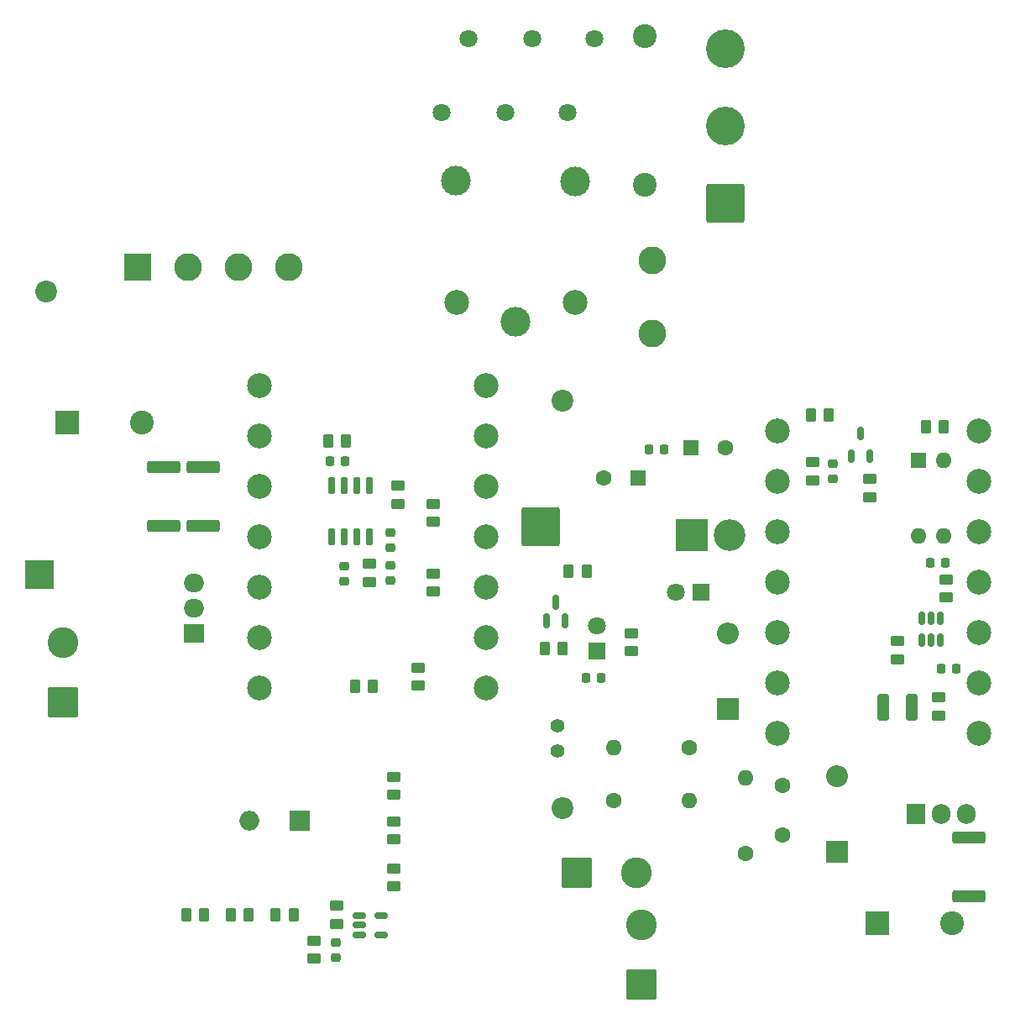
<source format=gbr>
%TF.GenerationSoftware,KiCad,Pcbnew,7.0.8-7.0.8~ubuntu22.04.1*%
%TF.CreationDate,2023-10-30T15:07:27+03:00*%
%TF.ProjectId,supply-uv,73757070-6c79-42d7-9576-2e6b69636164,rev?*%
%TF.SameCoordinates,Original*%
%TF.FileFunction,Soldermask,Bot*%
%TF.FilePolarity,Negative*%
%FSLAX46Y46*%
G04 Gerber Fmt 4.6, Leading zero omitted, Abs format (unit mm)*
G04 Created by KiCad (PCBNEW 7.0.8-7.0.8~ubuntu22.04.1) date 2023-10-30 15:07:27*
%MOMM*%
%LPD*%
G01*
G04 APERTURE LIST*
G04 Aperture macros list*
%AMRoundRect*
0 Rectangle with rounded corners*
0 $1 Rounding radius*
0 $2 $3 $4 $5 $6 $7 $8 $9 X,Y pos of 4 corners*
0 Add a 4 corners polygon primitive as box body*
4,1,4,$2,$3,$4,$5,$6,$7,$8,$9,$2,$3,0*
0 Add four circle primitives for the rounded corners*
1,1,$1+$1,$2,$3*
1,1,$1+$1,$4,$5*
1,1,$1+$1,$6,$7*
1,1,$1+$1,$8,$9*
0 Add four rect primitives between the rounded corners*
20,1,$1+$1,$2,$3,$4,$5,0*
20,1,$1+$1,$4,$5,$6,$7,0*
20,1,$1+$1,$6,$7,$8,$9,0*
20,1,$1+$1,$8,$9,$2,$3,0*%
G04 Aperture macros list end*
%ADD10R,1.905000X2.000000*%
%ADD11O,1.905000X2.000000*%
%ADD12R,2.800000X2.800000*%
%ADD13C,2.800000*%
%ADD14C,2.200000*%
%ADD15R,3.000000X3.000000*%
%ADD16C,1.600000*%
%ADD17O,1.600000X1.600000*%
%ADD18R,2.000000X2.000000*%
%ADD19O,2.000000X2.000000*%
%ADD20R,1.800000X1.800000*%
%ADD21C,1.800000*%
%ADD22R,2.200000X2.200000*%
%ADD23O,2.200000X2.200000*%
%ADD24R,2.400000X2.400000*%
%ADD25C,2.400000*%
%ADD26R,2.000000X1.905000*%
%ADD27O,2.000000X1.905000*%
%ADD28R,1.600000X1.600000*%
%ADD29C,2.500000*%
%ADD30RoundRect,0.249999X1.300001X-1.300001X1.300001X1.300001X-1.300001X1.300001X-1.300001X-1.300001X0*%
%ADD31C,3.100000*%
%ADD32RoundRect,0.250002X-1.699998X-1.699998X1.699998X-1.699998X1.699998X1.699998X-1.699998X1.699998X0*%
%ADD33RoundRect,0.250002X1.699998X-1.699998X1.699998X1.699998X-1.699998X1.699998X-1.699998X-1.699998X0*%
%ADD34C,3.900000*%
%ADD35R,3.200000X3.200000*%
%ADD36O,3.200000X3.200000*%
%ADD37RoundRect,0.249999X-1.300001X-1.300001X1.300001X-1.300001X1.300001X1.300001X-1.300001X1.300001X0*%
%ADD38C,1.400000*%
%ADD39C,3.000000*%
%ADD40RoundRect,0.225000X-0.250000X0.225000X-0.250000X-0.225000X0.250000X-0.225000X0.250000X0.225000X0*%
%ADD41RoundRect,0.250000X-0.262500X-0.450000X0.262500X-0.450000X0.262500X0.450000X-0.262500X0.450000X0*%
%ADD42RoundRect,0.250000X0.262500X0.450000X-0.262500X0.450000X-0.262500X-0.450000X0.262500X-0.450000X0*%
%ADD43RoundRect,0.250000X0.450000X-0.262500X0.450000X0.262500X-0.450000X0.262500X-0.450000X-0.262500X0*%
%ADD44RoundRect,0.250000X-0.450000X0.262500X-0.450000X-0.262500X0.450000X-0.262500X0.450000X0.262500X0*%
%ADD45RoundRect,0.250000X-1.425000X0.362500X-1.425000X-0.362500X1.425000X-0.362500X1.425000X0.362500X0*%
%ADD46RoundRect,0.250000X-0.325000X-1.100000X0.325000X-1.100000X0.325000X1.100000X-0.325000X1.100000X0*%
%ADD47RoundRect,0.150000X-0.150000X0.725000X-0.150000X-0.725000X0.150000X-0.725000X0.150000X0.725000X0*%
%ADD48RoundRect,0.225000X0.225000X0.250000X-0.225000X0.250000X-0.225000X-0.250000X0.225000X-0.250000X0*%
%ADD49RoundRect,0.218750X0.218750X0.256250X-0.218750X0.256250X-0.218750X-0.256250X0.218750X-0.256250X0*%
%ADD50RoundRect,0.150000X-0.512500X-0.150000X0.512500X-0.150000X0.512500X0.150000X-0.512500X0.150000X0*%
%ADD51RoundRect,0.150000X-0.150000X0.512500X-0.150000X-0.512500X0.150000X-0.512500X0.150000X0.512500X0*%
%ADD52RoundRect,0.150000X0.150000X-0.512500X0.150000X0.512500X-0.150000X0.512500X-0.150000X-0.512500X0*%
%ADD53RoundRect,0.250000X1.425000X-0.362500X1.425000X0.362500X-1.425000X0.362500X-1.425000X-0.362500X0*%
%ADD54RoundRect,0.225000X0.250000X-0.225000X0.250000X0.225000X-0.250000X0.225000X-0.250000X-0.225000X0*%
%ADD55RoundRect,0.150000X0.150000X-0.587500X0.150000X0.587500X-0.150000X0.587500X-0.150000X-0.587500X0*%
G04 APERTURE END LIST*
D10*
%TO.C,QP2*%
X154720000Y-124600000D03*
D11*
X157260000Y-124600000D03*
X159800000Y-124600000D03*
%TD*%
D12*
%TO.C,D1*%
X76192500Y-69480000D03*
D13*
X81272500Y-69480000D03*
X86352500Y-69480000D03*
X91432500Y-69480000D03*
%TD*%
D14*
%TO.C,H1*%
X67000000Y-72000000D03*
%TD*%
D15*
%TO.C,TP1*%
X66250000Y-100537500D03*
%TD*%
D16*
%TO.C,R8*%
X137500000Y-128610000D03*
D17*
X137500000Y-120990000D03*
%TD*%
D18*
%TO.C,DP1*%
X92540000Y-125342500D03*
D19*
X87460000Y-125342500D03*
%TD*%
D20*
%TO.C,D6*%
X133050000Y-102237500D03*
D21*
X130510000Y-102237500D03*
%TD*%
D20*
%TO.C,D5*%
X122500000Y-108175000D03*
D21*
X122500000Y-105635000D03*
%TD*%
D22*
%TO.C,D3*%
X135700000Y-114037500D03*
D23*
X135700000Y-106417500D03*
%TD*%
D24*
%TO.C,C3*%
X150787246Y-135600000D03*
D25*
X158287246Y-135600000D03*
%TD*%
D14*
%TO.C,H2*%
X119000000Y-83000000D03*
%TD*%
D26*
%TO.C,QP1*%
X81845000Y-106440000D03*
D27*
X81845000Y-103900000D03*
X81845000Y-101360000D03*
%TD*%
D28*
%TO.C,C8*%
X132000000Y-87700000D03*
D16*
X135500000Y-87700000D03*
%TD*%
%TO.C,R7*%
X131850000Y-117937500D03*
D17*
X124230000Y-117937500D03*
%TD*%
D29*
%TO.C,TR1*%
X111360000Y-111947500D03*
X88500000Y-111947500D03*
X111360000Y-106867500D03*
X88500000Y-106867500D03*
X111360000Y-101787500D03*
X88500000Y-101787500D03*
X111360000Y-96707500D03*
X88500000Y-96707500D03*
X111360000Y-91627500D03*
X88500000Y-91627500D03*
X111360000Y-86547500D03*
X88500000Y-86547500D03*
X111360000Y-81467500D03*
X88500000Y-81467500D03*
%TD*%
D30*
%TO.C,J1*%
X127000000Y-141787500D03*
D31*
X127000000Y-135787500D03*
%TD*%
D32*
%TO.C,J2*%
X116800000Y-95700000D03*
%TD*%
D13*
%TO.C,RV1*%
X128100000Y-68815000D03*
X128100000Y-76185000D03*
%TD*%
D29*
%TO.C,TR2*%
X140690000Y-85997500D03*
X161010000Y-85997500D03*
X140690000Y-91077500D03*
X161010000Y-91077500D03*
X140690000Y-96157500D03*
X161010000Y-96157500D03*
X140690000Y-101237500D03*
X161010000Y-101237500D03*
X140690000Y-106317500D03*
X161010000Y-106317500D03*
X140690000Y-111397500D03*
X161010000Y-111397500D03*
X140690000Y-116477500D03*
X161010000Y-116477500D03*
%TD*%
D14*
%TO.C,H3*%
X119000000Y-124000000D03*
%TD*%
D24*
%TO.C,C1*%
X69122220Y-85200000D03*
D25*
X76622220Y-85200000D03*
%TD*%
D16*
%TO.C,C6*%
X141200000Y-126787500D03*
X141200000Y-121787500D03*
%TD*%
D33*
%TO.C,J3*%
X135500000Y-63100000D03*
D34*
X135500000Y-55300000D03*
X135500000Y-47500000D03*
%TD*%
D30*
%TO.C,CP5*%
X68700000Y-113400000D03*
D31*
X68700000Y-107400000D03*
%TD*%
D21*
%TO.C,R3*%
X106850000Y-53950000D03*
X109550000Y-46450000D03*
%TD*%
D35*
%TO.C,D4*%
X132095000Y-96500000D03*
D36*
X135905000Y-96500000D03*
%TD*%
D25*
%TO.C,Y1*%
X127300000Y-46200000D03*
X127300000Y-61200000D03*
%TD*%
D21*
%TO.C,R1*%
X119550000Y-53950000D03*
X122250000Y-46450000D03*
%TD*%
D37*
%TO.C,F1*%
X120500000Y-130537500D03*
D31*
X126500000Y-130537500D03*
%TD*%
D16*
%TO.C,R6*%
X124190000Y-123287500D03*
D17*
X131810000Y-123287500D03*
%TD*%
D38*
%TO.C,JP1*%
X118500000Y-118287500D03*
X118500000Y-115747500D03*
%TD*%
D39*
%TO.C,K1*%
X114300000Y-75000000D03*
D29*
X120350000Y-73050000D03*
D39*
X120350000Y-60850000D03*
X108300000Y-60800000D03*
D29*
X108350000Y-73050000D03*
%TD*%
D22*
%TO.C,D2*%
X146700000Y-128410000D03*
D23*
X146700000Y-120790000D03*
%TD*%
D21*
%TO.C,R2*%
X115950000Y-46450000D03*
X113250000Y-53950000D03*
%TD*%
D28*
%TO.C,C10*%
X126700000Y-90800000D03*
D16*
X123200000Y-90800000D03*
%TD*%
D40*
%TO.C,CP4*%
X97050000Y-99662500D03*
X97050000Y-101212500D03*
%TD*%
D41*
%TO.C,RP14*%
X85587500Y-134787500D03*
X87412500Y-134787500D03*
%TD*%
D42*
%TO.C,R18*%
X121462500Y-100137500D03*
X119637500Y-100137500D03*
%TD*%
D43*
%TO.C,RP11*%
X106000000Y-102200000D03*
X106000000Y-100375000D03*
%TD*%
D42*
%TO.C,RP4*%
X97212500Y-87000000D03*
X95387500Y-87000000D03*
%TD*%
D28*
%TO.C,U4*%
X154925000Y-89000000D03*
D17*
X157465000Y-89000000D03*
X157465000Y-96620000D03*
X154925000Y-96620000D03*
%TD*%
D44*
%TO.C,R5*%
X157700000Y-100987500D03*
X157700000Y-102812500D03*
%TD*%
D45*
%TO.C,RP17*%
X78800000Y-89637500D03*
X78800000Y-95562500D03*
%TD*%
D42*
%TO.C,R17*%
X119062500Y-107937500D03*
X117237500Y-107937500D03*
%TD*%
D44*
%TO.C,R15*%
X144300000Y-89187500D03*
X144300000Y-91012500D03*
%TD*%
D43*
%TO.C,R9*%
X152800000Y-109012500D03*
X152800000Y-107187500D03*
%TD*%
D44*
%TO.C,R14*%
X150000000Y-90887500D03*
X150000000Y-92712500D03*
%TD*%
%TO.C,RP1*%
X102450000Y-91525000D03*
X102450000Y-93350000D03*
%TD*%
%TO.C,RP8*%
X96250000Y-133875000D03*
X96250000Y-135700000D03*
%TD*%
D41*
%TO.C,RP9*%
X98087500Y-111787500D03*
X99912500Y-111787500D03*
%TD*%
D44*
%TO.C,RP5*%
X102000000Y-120875000D03*
X102000000Y-122700000D03*
%TD*%
D46*
%TO.C,C4*%
X151350000Y-113900000D03*
X154300000Y-113900000D03*
%TD*%
D47*
%TO.C,U1*%
X95745000Y-91562500D03*
X97015000Y-91562500D03*
X98285000Y-91562500D03*
X99555000Y-91562500D03*
X99555000Y-96712500D03*
X98285000Y-96712500D03*
X97015000Y-96712500D03*
X95745000Y-96712500D03*
%TD*%
D48*
%TO.C,C11*%
X122975000Y-110900000D03*
X121425000Y-110900000D03*
%TD*%
D42*
%TO.C,R13*%
X157512500Y-85600000D03*
X155687500Y-85600000D03*
%TD*%
D44*
%TO.C,RP3*%
X99550000Y-99425000D03*
X99550000Y-101250000D03*
%TD*%
%TO.C,RP16*%
X94000000Y-137375000D03*
X94000000Y-139200000D03*
%TD*%
D49*
%TO.C,L1*%
X129300000Y-87900000D03*
X127725000Y-87900000D03*
%TD*%
D50*
%TO.C,U2*%
X98512500Y-136787500D03*
X98512500Y-135837500D03*
X98512500Y-134887500D03*
X100787500Y-134887500D03*
X100787500Y-136787500D03*
%TD*%
D48*
%TO.C,C5*%
X158775000Y-110000000D03*
X157225000Y-110000000D03*
%TD*%
D44*
%TO.C,RP6*%
X102000000Y-125375000D03*
X102000000Y-127200000D03*
%TD*%
D51*
%TO.C,U3*%
X155250000Y-104862500D03*
X156200000Y-104862500D03*
X157150000Y-104862500D03*
X157150000Y-107137500D03*
X156200000Y-107137500D03*
X155250000Y-107137500D03*
%TD*%
D45*
%TO.C,RP2*%
X82800000Y-89637500D03*
X82800000Y-95562500D03*
%TD*%
D52*
%TO.C,U5*%
X150050000Y-88537500D03*
X148150000Y-88537500D03*
X149100000Y-86262500D03*
%TD*%
D43*
%TO.C,RP12*%
X106000000Y-95200000D03*
X106000000Y-93375000D03*
%TD*%
D44*
%TO.C,RP7*%
X102000000Y-130125000D03*
X102000000Y-131950000D03*
%TD*%
D48*
%TO.C,C7*%
X157675000Y-99300000D03*
X156125000Y-99300000D03*
%TD*%
D53*
%TO.C,R19*%
X160000000Y-132962500D03*
X160000000Y-127037500D03*
%TD*%
D40*
%TO.C,C2*%
X96150000Y-137562500D03*
X96150000Y-139112500D03*
%TD*%
D43*
%TO.C,R10*%
X157000000Y-114712500D03*
X157000000Y-112887500D03*
%TD*%
D44*
%TO.C,R11*%
X126000000Y-106387500D03*
X126000000Y-108212500D03*
%TD*%
D48*
%TO.C,CP1*%
X97125000Y-89037500D03*
X95575000Y-89037500D03*
%TD*%
D54*
%TO.C,CP2*%
X101650000Y-101112500D03*
X101650000Y-99562500D03*
%TD*%
D40*
%TO.C,C9*%
X146300000Y-89325000D03*
X146300000Y-90875000D03*
%TD*%
D41*
%TO.C,RP15*%
X90087500Y-134787500D03*
X91912500Y-134787500D03*
%TD*%
D55*
%TO.C,Q1*%
X119300000Y-105175000D03*
X117400000Y-105175000D03*
X118350000Y-103300000D03*
%TD*%
D40*
%TO.C,CP3*%
X101650000Y-96262500D03*
X101650000Y-97812500D03*
%TD*%
D42*
%TO.C,R12*%
X145912500Y-84400000D03*
X144087500Y-84400000D03*
%TD*%
D41*
%TO.C,RP13*%
X81087500Y-134787500D03*
X82912500Y-134787500D03*
%TD*%
D43*
%TO.C,RP10*%
X104500000Y-111700000D03*
X104500000Y-109875000D03*
%TD*%
M02*

</source>
